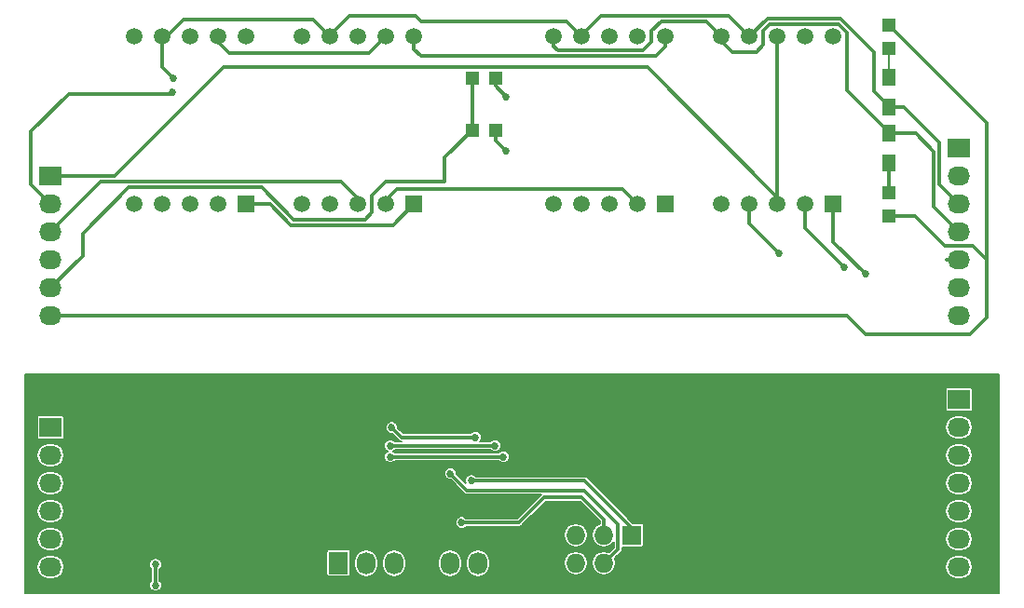
<source format=gbl>
G04 #@! TF.FileFunction,Copper,L2,Bot,Signal*
%FSLAX46Y46*%
G04 Gerber Fmt 4.6, Leading zero omitted, Abs format (unit mm)*
G04 Created by KiCad (PCBNEW 0.201508140901+6091~28~ubuntu14.04.1-product) date Tue 08 Dec 2015 09:17:10 PM CET*
%MOMM*%
G01*
G04 APERTURE LIST*
%ADD10C,0.100000*%
%ADD11R,1.500000X1.500000*%
%ADD12C,1.500000*%
%ADD13R,1.198880X1.198880*%
%ADD14R,2.032000X1.727200*%
%ADD15O,2.032000X1.727200*%
%ADD16R,1.300000X1.500000*%
%ADD17R,1.727200X1.727200*%
%ADD18O,1.727200X1.727200*%
%ADD19R,1.727200X2.032000*%
%ADD20O,1.727200X2.032000*%
%ADD21C,0.685800*%
%ADD22C,0.304800*%
%ADD23C,0.152400*%
G04 APERTURE END LIST*
D10*
D11*
X190500000Y-63500000D03*
D12*
X187960000Y-63500000D03*
X185420000Y-63500000D03*
X182880000Y-63500000D03*
X180340000Y-63500000D03*
X180340000Y-48260000D03*
X182880000Y-48260000D03*
X185420000Y-48260000D03*
X187960000Y-48260000D03*
X190500000Y-48260000D03*
D11*
X175260000Y-63500000D03*
D12*
X172720000Y-63500000D03*
X170180000Y-63500000D03*
X167640000Y-63500000D03*
X165100000Y-63500000D03*
X165100000Y-48260000D03*
X167640000Y-48260000D03*
X170180000Y-48260000D03*
X172720000Y-48260000D03*
X175260000Y-48260000D03*
D11*
X152400000Y-63500000D03*
D12*
X149860000Y-63500000D03*
X147320000Y-63500000D03*
X144780000Y-63500000D03*
X142240000Y-63500000D03*
X142240000Y-48260000D03*
X144780000Y-48260000D03*
X147320000Y-48260000D03*
X149860000Y-48260000D03*
X152400000Y-48260000D03*
D11*
X137160000Y-63500000D03*
D12*
X134620000Y-63500000D03*
X132080000Y-63500000D03*
X129540000Y-63500000D03*
X127000000Y-63500000D03*
X127000000Y-48260000D03*
X129540000Y-48260000D03*
X132080000Y-48260000D03*
X134620000Y-48260000D03*
X137160000Y-48260000D03*
D13*
X159799020Y-56769000D03*
X157700980Y-56769000D03*
X159799020Y-52070000D03*
X157700980Y-52070000D03*
X195580000Y-49309020D03*
X195580000Y-47210980D03*
X195580000Y-62450980D03*
X195580000Y-64549020D03*
D14*
X119380000Y-83820000D03*
D15*
X119380000Y-86360000D03*
X119380000Y-88900000D03*
X119380000Y-91440000D03*
X119380000Y-93980000D03*
X119380000Y-96520000D03*
D14*
X201930000Y-81280000D03*
D15*
X201930000Y-83820000D03*
X201930000Y-86360000D03*
X201930000Y-88900000D03*
X201930000Y-91440000D03*
X201930000Y-93980000D03*
X201930000Y-96520000D03*
D16*
X195580000Y-51990000D03*
X195580000Y-54690000D03*
X195580000Y-59770000D03*
X195580000Y-57070000D03*
D17*
X172212000Y-93599000D03*
D18*
X172212000Y-96139000D03*
X169672000Y-93599000D03*
X169672000Y-96139000D03*
X167132000Y-93599000D03*
X167132000Y-96139000D03*
D14*
X119380000Y-60960000D03*
D15*
X119380000Y-63500000D03*
X119380000Y-66040000D03*
X119380000Y-68580000D03*
X119380000Y-71120000D03*
X119380000Y-73660000D03*
D14*
X201930000Y-58420000D03*
D15*
X201930000Y-60960000D03*
X201930000Y-63500000D03*
X201930000Y-66040000D03*
X201930000Y-68580000D03*
X201930000Y-71120000D03*
X201930000Y-73660000D03*
D19*
X145542000Y-96139000D03*
D20*
X148082000Y-96139000D03*
X150622000Y-96139000D03*
X153162000Y-96139000D03*
X155702000Y-96139000D03*
X158242000Y-96139000D03*
D21*
X193421000Y-69850000D03*
X191516000Y-69215000D03*
X185547000Y-67945000D03*
X130556000Y-52070000D03*
X130429000Y-53340000D03*
X157099000Y-83820000D03*
X158623000Y-83820000D03*
X162433000Y-95758000D03*
X155829000Y-80772000D03*
X156210000Y-89535000D03*
X175768000Y-88646000D03*
X173228000Y-82042000D03*
X147447000Y-92456000D03*
X141097000Y-82042000D03*
X128905000Y-96266000D03*
X128905000Y-98171000D03*
X160782000Y-58674000D03*
X160782000Y-53721000D03*
X155702000Y-88011000D03*
X156718000Y-92456000D03*
X157607000Y-88646000D03*
X150368000Y-83820000D03*
X157988000Y-84709000D03*
X150241000Y-85471000D03*
X159766000Y-85471000D03*
X150241000Y-86487000D03*
X160528000Y-86487000D03*
D22*
X190500000Y-63500000D02*
X190500000Y-66929000D01*
X190500000Y-66929000D02*
X193421000Y-69850000D01*
X137160000Y-63500000D02*
X139319000Y-63500000D01*
X139319000Y-63500000D02*
X141224000Y-65405000D01*
X141224000Y-65405000D02*
X150495000Y-65405000D01*
X150495000Y-65405000D02*
X152400000Y-63500000D01*
D23*
X175260000Y-63500000D02*
X175768000Y-63500000D01*
X137160000Y-63500000D02*
X137668000Y-63500000D01*
X190373000Y-63627000D02*
X190500000Y-63500000D01*
D22*
X187960000Y-63500000D02*
X187960000Y-65659000D01*
X187960000Y-65659000D02*
X191516000Y-69215000D01*
D23*
X187960000Y-63500000D02*
X187960000Y-63246000D01*
X149860000Y-63500000D02*
X149860000Y-63119000D01*
D22*
X149860000Y-63119000D02*
X150876000Y-62103000D01*
X150876000Y-62103000D02*
X171323000Y-62103000D01*
X171323000Y-62103000D02*
X172720000Y-63500000D01*
X150241000Y-51054000D02*
X135102598Y-51054000D01*
X135102598Y-51054000D02*
X125196598Y-60960000D01*
X125196598Y-60960000D02*
X119380000Y-60960000D01*
X185420000Y-62865000D02*
X173609000Y-51054000D01*
X173609000Y-51054000D02*
X150241000Y-51054000D01*
D23*
X185420000Y-63500000D02*
X185420000Y-62865000D01*
D22*
X185420000Y-48260000D02*
X185420000Y-63500000D01*
X182880000Y-63500000D02*
X182880000Y-65278000D01*
X182880000Y-65278000D02*
X185547000Y-67945000D01*
X200761600Y-68580000D02*
X201930000Y-68580000D01*
X195580000Y-57070000D02*
X197963798Y-57070000D01*
X199644000Y-63754000D02*
X201930000Y-66040000D01*
X199644000Y-58750202D02*
X199644000Y-63754000D01*
X197963798Y-57070000D02*
X199644000Y-58750202D01*
X165481000Y-49530000D02*
X173228000Y-49530000D01*
X173228000Y-49530000D02*
X173990000Y-48768000D01*
X173990000Y-48768000D02*
X173990000Y-47752000D01*
X173990000Y-47752000D02*
X174879000Y-46863000D01*
X174879000Y-46863000D02*
X178943000Y-46863000D01*
X165100000Y-49149000D02*
X165481000Y-49530000D01*
X165100000Y-49149000D02*
X165100000Y-48260000D01*
X180340000Y-48260000D02*
X178943000Y-46863000D01*
X181356000Y-49657000D02*
X183515000Y-49657000D01*
X184150000Y-47752000D02*
X184722201Y-47179799D01*
X191018497Y-47179799D02*
X184722201Y-47179799D01*
X191770000Y-53160000D02*
X191770000Y-47931302D01*
X191770000Y-47931302D02*
X191018497Y-47179799D01*
X195580000Y-56970000D02*
X191770000Y-53160000D01*
X181356000Y-49657000D02*
X180340000Y-48641000D01*
X184150000Y-49022000D02*
X184150000Y-47752000D01*
X183515000Y-49657000D02*
X184150000Y-49022000D01*
D23*
X180340000Y-48260000D02*
X180340000Y-48641000D01*
X195580000Y-57070000D02*
X195580000Y-56970000D01*
X127000000Y-48260000D02*
X127000000Y-48514000D01*
D22*
X195580000Y-54690000D02*
X196930000Y-54690000D01*
X200152000Y-61722000D02*
X201930000Y-63500000D01*
X200152000Y-57912000D02*
X200152000Y-61722000D01*
X196930000Y-54690000D02*
X200152000Y-57912000D01*
D23*
X201777600Y-63500000D02*
X201930000Y-63500000D01*
D22*
X194193000Y-53203000D02*
X194193000Y-49667000D01*
X193929000Y-49403000D02*
X191135000Y-46609000D01*
X191135000Y-46609000D02*
X184531000Y-46609000D01*
X184531000Y-46609000D02*
X182880000Y-48260000D01*
X194193000Y-49667000D02*
X193929000Y-49403000D01*
D23*
X144780000Y-48260000D02*
X144780000Y-48133000D01*
D22*
X144780000Y-48133000D02*
X146558000Y-46355000D01*
X146558000Y-46355000D02*
X152527000Y-46355000D01*
X152527000Y-46355000D02*
X153035000Y-46863000D01*
X153035000Y-46863000D02*
X166243000Y-46863000D01*
X166243000Y-46863000D02*
X167640000Y-48260000D01*
D23*
X129540000Y-48260000D02*
X129921000Y-48260000D01*
D22*
X129921000Y-48260000D02*
X131445000Y-46736000D01*
X131445000Y-46736000D02*
X143256000Y-46736000D01*
X143256000Y-46736000D02*
X144780000Y-48260000D01*
D23*
X167640000Y-48260000D02*
X167640000Y-48133000D01*
D22*
X167640000Y-48133000D02*
X169418000Y-46355000D01*
X169418000Y-46355000D02*
X180975000Y-46355000D01*
X180975000Y-46355000D02*
X182880000Y-48260000D01*
D23*
X144780000Y-48260000D02*
X144780000Y-47625000D01*
D22*
X195580000Y-54590000D02*
X194193000Y-53203000D01*
X194193000Y-53203000D02*
X194183000Y-53193000D01*
D23*
X195580000Y-54690000D02*
X195580000Y-54590000D01*
D22*
X130556000Y-52070000D02*
X129540000Y-51054000D01*
X129540000Y-51054000D02*
X129540000Y-48260000D01*
D23*
X182880000Y-48133000D02*
X182880000Y-48260000D01*
X134620000Y-48260000D02*
X134620000Y-48768000D01*
D22*
X134620000Y-48768000D02*
X135636000Y-49784000D01*
X135636000Y-49784000D02*
X148336000Y-49784000D01*
X148336000Y-49784000D02*
X149860000Y-48260000D01*
D23*
X149860000Y-48260000D02*
X149733000Y-48260000D01*
X134620000Y-48260000D02*
X134620000Y-48641000D01*
D22*
X152400000Y-48260000D02*
X152400000Y-49403000D01*
X152400000Y-49403000D02*
X153035000Y-50038000D01*
X153035000Y-50038000D02*
X174371000Y-50038000D01*
X174371000Y-50038000D02*
X175260000Y-49149000D01*
X175260000Y-49149000D02*
X175260000Y-48260000D01*
D23*
X175260000Y-48260000D02*
X175260000Y-47625000D01*
X137160000Y-48260000D02*
X137160000Y-48006000D01*
D22*
X130429000Y-53340000D02*
X130302000Y-53467000D01*
X130302000Y-53467000D02*
X121031000Y-53467000D01*
X121031000Y-53467000D02*
X117602000Y-56896000D01*
X117602000Y-56896000D02*
X117602000Y-61722000D01*
X117602000Y-61722000D02*
X119380000Y-63500000D01*
D23*
X147320000Y-63500000D02*
X147320000Y-62992000D01*
D22*
X147320000Y-62992000D02*
X145796000Y-61468000D01*
X123952000Y-61468000D02*
X119380000Y-66040000D01*
X145796000Y-61468000D02*
X123952000Y-61468000D01*
X128905000Y-96266000D02*
X128905000Y-98171000D01*
X159799020Y-56769000D02*
X159799020Y-57691020D01*
X159799020Y-57691020D02*
X160782000Y-58674000D01*
X157700980Y-56769000D02*
X157700980Y-52070000D01*
X155194000Y-61468000D02*
X155194000Y-59275980D01*
X155194000Y-61468000D02*
X149860000Y-61468000D01*
X149860000Y-61468000D02*
X148590000Y-62738000D01*
X148590000Y-62738000D02*
X148590000Y-64262000D01*
X148590000Y-64262000D02*
X147955000Y-64897000D01*
X147955000Y-64897000D02*
X141478000Y-64897000D01*
X141478000Y-64897000D02*
X138557000Y-61976000D01*
X119380000Y-71120000D02*
X122301000Y-68199000D01*
X122301000Y-66167000D02*
X122301000Y-68199000D01*
X126492000Y-61976000D02*
X122301000Y-66167000D01*
X138557000Y-61976000D02*
X126492000Y-61976000D01*
X155194000Y-59275980D02*
X157700980Y-56769000D01*
D23*
X157954980Y-56515000D02*
X157700980Y-56769000D01*
D22*
X159799020Y-52070000D02*
X159799020Y-52738020D01*
X159799020Y-52738020D02*
X160782000Y-53721000D01*
D23*
X195580000Y-49309020D02*
X195580000Y-51990000D01*
D22*
X204470000Y-68453000D02*
X204343000Y-68453000D01*
X197899020Y-64549020D02*
X195580000Y-64549020D01*
X200660000Y-67310000D02*
X197899020Y-64549020D01*
X203200000Y-67310000D02*
X200660000Y-67310000D01*
X204343000Y-68453000D02*
X203200000Y-67310000D01*
X119380000Y-73660000D02*
X191770000Y-73660000D01*
X204470000Y-56100980D02*
X195580000Y-47210980D01*
X204470000Y-73787000D02*
X204470000Y-68453000D01*
X204470000Y-68453000D02*
X204470000Y-56100980D01*
X202946000Y-75311000D02*
X204470000Y-73787000D01*
X193421000Y-75311000D02*
X202946000Y-75311000D01*
X191770000Y-73660000D02*
X193421000Y-75311000D01*
D23*
X195580000Y-47210980D02*
X195800980Y-47210980D01*
D22*
X195580000Y-59770000D02*
X195580000Y-62450980D01*
X170942000Y-94869000D02*
X169672000Y-96139000D01*
X170942000Y-92583000D02*
X170942000Y-94869000D01*
X167894000Y-89535000D02*
X170942000Y-92583000D01*
X157226000Y-89535000D02*
X167894000Y-89535000D01*
X155702000Y-88011000D02*
X157226000Y-89535000D01*
X169672000Y-93599000D02*
X169672000Y-92202000D01*
X161925000Y-92456000D02*
X156718000Y-92456000D01*
X164211000Y-90170000D02*
X161925000Y-92456000D01*
X167640000Y-90170000D02*
X164211000Y-90170000D01*
X169672000Y-92202000D02*
X167640000Y-90170000D01*
X167894000Y-88646000D02*
X157607000Y-88646000D01*
X172212000Y-92964000D02*
X167894000Y-88646000D01*
X172212000Y-93599000D02*
X172212000Y-92964000D01*
X150368000Y-83820000D02*
X151257000Y-84709000D01*
X151257000Y-84709000D02*
X157988000Y-84709000D01*
X150241000Y-85471000D02*
X159766000Y-85471000D01*
X150241000Y-86487000D02*
X160528000Y-86487000D01*
D23*
G36*
X146812000Y-78968600D02*
X175514000Y-78968600D01*
X175641694Y-78943200D01*
X180974306Y-78943200D01*
X181102000Y-78968600D01*
X205511400Y-78968600D01*
X205511400Y-98831400D01*
X117068600Y-98831400D01*
X117068600Y-96520000D01*
X118111017Y-96520000D01*
X118194156Y-96937967D01*
X118430915Y-97292302D01*
X118785250Y-97529061D01*
X119203217Y-97612200D01*
X119556783Y-97612200D01*
X119974750Y-97529061D01*
X120329085Y-97292302D01*
X120565844Y-96937967D01*
X120648983Y-96520000D01*
X120620973Y-96379180D01*
X128333401Y-96379180D01*
X128420224Y-96589306D01*
X128524000Y-96693263D01*
X128524000Y-97743818D01*
X128420789Y-97846849D01*
X128333600Y-98056823D01*
X128333401Y-98284180D01*
X128420224Y-98494306D01*
X128580849Y-98655211D01*
X128790823Y-98742400D01*
X129018180Y-98742599D01*
X129228306Y-98655776D01*
X129389211Y-98495151D01*
X129476400Y-98285177D01*
X129476599Y-98057820D01*
X129389776Y-97847694D01*
X129286000Y-97743737D01*
X129286000Y-96693182D01*
X129389211Y-96590151D01*
X129476400Y-96380177D01*
X129476599Y-96152820D01*
X129389776Y-95942694D01*
X129229151Y-95781789D01*
X129019177Y-95694600D01*
X128791820Y-95694401D01*
X128581694Y-95781224D01*
X128420789Y-95941849D01*
X128333600Y-96151823D01*
X128333401Y-96379180D01*
X120620973Y-96379180D01*
X120565844Y-96102033D01*
X120329085Y-95747698D01*
X119974750Y-95510939D01*
X119556783Y-95427800D01*
X119203217Y-95427800D01*
X118785250Y-95510939D01*
X118430915Y-95747698D01*
X118194156Y-96102033D01*
X118111017Y-96520000D01*
X117068600Y-96520000D01*
X117068600Y-95123000D01*
X144445322Y-95123000D01*
X144445322Y-97155000D01*
X144461262Y-97239714D01*
X144511328Y-97317518D01*
X144587720Y-97369715D01*
X144678400Y-97388078D01*
X146405600Y-97388078D01*
X146490314Y-97372138D01*
X146568118Y-97322072D01*
X146620315Y-97245680D01*
X146638678Y-97155000D01*
X146638678Y-95962217D01*
X146989800Y-95962217D01*
X146989800Y-96315783D01*
X147072939Y-96733750D01*
X147309698Y-97088085D01*
X147664033Y-97324844D01*
X148082000Y-97407983D01*
X148499967Y-97324844D01*
X148854302Y-97088085D01*
X149091061Y-96733750D01*
X149174200Y-96315783D01*
X149174200Y-95962217D01*
X149529800Y-95962217D01*
X149529800Y-96315783D01*
X149612939Y-96733750D01*
X149849698Y-97088085D01*
X150204033Y-97324844D01*
X150622000Y-97407983D01*
X151039967Y-97324844D01*
X151394302Y-97088085D01*
X151631061Y-96733750D01*
X151714200Y-96315783D01*
X151714200Y-95962217D01*
X154609800Y-95962217D01*
X154609800Y-96315783D01*
X154692939Y-96733750D01*
X154929698Y-97088085D01*
X155284033Y-97324844D01*
X155702000Y-97407983D01*
X156119967Y-97324844D01*
X156474302Y-97088085D01*
X156711061Y-96733750D01*
X156794200Y-96315783D01*
X156794200Y-95962217D01*
X157149800Y-95962217D01*
X157149800Y-96315783D01*
X157232939Y-96733750D01*
X157469698Y-97088085D01*
X157824033Y-97324844D01*
X158242000Y-97407983D01*
X158659967Y-97324844D01*
X159014302Y-97088085D01*
X159251061Y-96733750D01*
X159334200Y-96315783D01*
X159334200Y-96117603D01*
X166039800Y-96117603D01*
X166039800Y-96160397D01*
X166122939Y-96578364D01*
X166359698Y-96932699D01*
X166714033Y-97169458D01*
X167132000Y-97252597D01*
X167549967Y-97169458D01*
X167904302Y-96932699D01*
X168141061Y-96578364D01*
X168224200Y-96160397D01*
X168224200Y-96117603D01*
X168141061Y-95699636D01*
X167904302Y-95345301D01*
X167549967Y-95108542D01*
X167132000Y-95025403D01*
X166714033Y-95108542D01*
X166359698Y-95345301D01*
X166122939Y-95699636D01*
X166039800Y-96117603D01*
X159334200Y-96117603D01*
X159334200Y-95962217D01*
X159251061Y-95544250D01*
X159014302Y-95189915D01*
X158659967Y-94953156D01*
X158242000Y-94870017D01*
X157824033Y-94953156D01*
X157469698Y-95189915D01*
X157232939Y-95544250D01*
X157149800Y-95962217D01*
X156794200Y-95962217D01*
X156711061Y-95544250D01*
X156474302Y-95189915D01*
X156119967Y-94953156D01*
X155702000Y-94870017D01*
X155284033Y-94953156D01*
X154929698Y-95189915D01*
X154692939Y-95544250D01*
X154609800Y-95962217D01*
X151714200Y-95962217D01*
X151631061Y-95544250D01*
X151394302Y-95189915D01*
X151039967Y-94953156D01*
X150622000Y-94870017D01*
X150204033Y-94953156D01*
X149849698Y-95189915D01*
X149612939Y-95544250D01*
X149529800Y-95962217D01*
X149174200Y-95962217D01*
X149091061Y-95544250D01*
X148854302Y-95189915D01*
X148499967Y-94953156D01*
X148082000Y-94870017D01*
X147664033Y-94953156D01*
X147309698Y-95189915D01*
X147072939Y-95544250D01*
X146989800Y-95962217D01*
X146638678Y-95962217D01*
X146638678Y-95123000D01*
X146622738Y-95038286D01*
X146572672Y-94960482D01*
X146496280Y-94908285D01*
X146405600Y-94889922D01*
X144678400Y-94889922D01*
X144593686Y-94905862D01*
X144515882Y-94955928D01*
X144463685Y-95032320D01*
X144445322Y-95123000D01*
X117068600Y-95123000D01*
X117068600Y-93980000D01*
X118111017Y-93980000D01*
X118194156Y-94397967D01*
X118430915Y-94752302D01*
X118785250Y-94989061D01*
X119203217Y-95072200D01*
X119556783Y-95072200D01*
X119974750Y-94989061D01*
X120329085Y-94752302D01*
X120565844Y-94397967D01*
X120648983Y-93980000D01*
X120568942Y-93577603D01*
X166039800Y-93577603D01*
X166039800Y-93620397D01*
X166122939Y-94038364D01*
X166359698Y-94392699D01*
X166714033Y-94629458D01*
X167132000Y-94712597D01*
X167549967Y-94629458D01*
X167904302Y-94392699D01*
X168141061Y-94038364D01*
X168224200Y-93620397D01*
X168224200Y-93577603D01*
X168141061Y-93159636D01*
X167904302Y-92805301D01*
X167549967Y-92568542D01*
X167132000Y-92485403D01*
X166714033Y-92568542D01*
X166359698Y-92805301D01*
X166122939Y-93159636D01*
X166039800Y-93577603D01*
X120568942Y-93577603D01*
X120565844Y-93562033D01*
X120329085Y-93207698D01*
X119974750Y-92970939D01*
X119556783Y-92887800D01*
X119203217Y-92887800D01*
X118785250Y-92970939D01*
X118430915Y-93207698D01*
X118194156Y-93562033D01*
X118111017Y-93980000D01*
X117068600Y-93980000D01*
X117068600Y-91440000D01*
X118111017Y-91440000D01*
X118194156Y-91857967D01*
X118430915Y-92212302D01*
X118785250Y-92449061D01*
X119203217Y-92532200D01*
X119556783Y-92532200D01*
X119974750Y-92449061D01*
X120329085Y-92212302D01*
X120565844Y-91857967D01*
X120648983Y-91440000D01*
X120565844Y-91022033D01*
X120329085Y-90667698D01*
X119974750Y-90430939D01*
X119556783Y-90347800D01*
X119203217Y-90347800D01*
X118785250Y-90430939D01*
X118430915Y-90667698D01*
X118194156Y-91022033D01*
X118111017Y-91440000D01*
X117068600Y-91440000D01*
X117068600Y-88900000D01*
X118111017Y-88900000D01*
X118194156Y-89317967D01*
X118430915Y-89672302D01*
X118785250Y-89909061D01*
X119203217Y-89992200D01*
X119556783Y-89992200D01*
X119974750Y-89909061D01*
X120329085Y-89672302D01*
X120565844Y-89317967D01*
X120648983Y-88900000D01*
X120565844Y-88482033D01*
X120329085Y-88127698D01*
X120323820Y-88124180D01*
X155130401Y-88124180D01*
X155217224Y-88334306D01*
X155377849Y-88495211D01*
X155587823Y-88582400D01*
X155734713Y-88582529D01*
X156956590Y-89804405D01*
X156956592Y-89804408D01*
X157080198Y-89886998D01*
X157226000Y-89916000D01*
X163926184Y-89916000D01*
X161767184Y-92075000D01*
X157145182Y-92075000D01*
X157042151Y-91971789D01*
X156832177Y-91884600D01*
X156604820Y-91884401D01*
X156394694Y-91971224D01*
X156233789Y-92131849D01*
X156146600Y-92341823D01*
X156146401Y-92569180D01*
X156233224Y-92779306D01*
X156393849Y-92940211D01*
X156603823Y-93027400D01*
X156831180Y-93027599D01*
X157041306Y-92940776D01*
X157145263Y-92837000D01*
X161925000Y-92837000D01*
X162070803Y-92807998D01*
X162194408Y-92725408D01*
X164368816Y-90551000D01*
X167482184Y-90551000D01*
X169291000Y-92359816D01*
X169291000Y-92561189D01*
X169254033Y-92568542D01*
X168899698Y-92805301D01*
X168662939Y-93159636D01*
X168579800Y-93577603D01*
X168579800Y-93620397D01*
X168662939Y-94038364D01*
X168899698Y-94392699D01*
X169254033Y-94629458D01*
X169672000Y-94712597D01*
X170089967Y-94629458D01*
X170444302Y-94392699D01*
X170561000Y-94218048D01*
X170561000Y-94711184D01*
X170134132Y-95138052D01*
X170089967Y-95108542D01*
X169672000Y-95025403D01*
X169254033Y-95108542D01*
X168899698Y-95345301D01*
X168662939Y-95699636D01*
X168579800Y-96117603D01*
X168579800Y-96160397D01*
X168662939Y-96578364D01*
X168899698Y-96932699D01*
X169254033Y-97169458D01*
X169672000Y-97252597D01*
X170089967Y-97169458D01*
X170444302Y-96932699D01*
X170681061Y-96578364D01*
X170692670Y-96520000D01*
X200661017Y-96520000D01*
X200744156Y-96937967D01*
X200980915Y-97292302D01*
X201335250Y-97529061D01*
X201753217Y-97612200D01*
X202106783Y-97612200D01*
X202524750Y-97529061D01*
X202879085Y-97292302D01*
X203115844Y-96937967D01*
X203198983Y-96520000D01*
X203115844Y-96102033D01*
X202879085Y-95747698D01*
X202524750Y-95510939D01*
X202106783Y-95427800D01*
X201753217Y-95427800D01*
X201335250Y-95510939D01*
X200980915Y-95747698D01*
X200744156Y-96102033D01*
X200661017Y-96520000D01*
X170692670Y-96520000D01*
X170764200Y-96160397D01*
X170764200Y-96117603D01*
X170681061Y-95699636D01*
X170668692Y-95681124D01*
X171211408Y-95138408D01*
X171293998Y-95014803D01*
X171323000Y-94869000D01*
X171323000Y-94690534D01*
X171348400Y-94695678D01*
X173075600Y-94695678D01*
X173160314Y-94679738D01*
X173238118Y-94629672D01*
X173290315Y-94553280D01*
X173308678Y-94462600D01*
X173308678Y-93980000D01*
X200661017Y-93980000D01*
X200744156Y-94397967D01*
X200980915Y-94752302D01*
X201335250Y-94989061D01*
X201753217Y-95072200D01*
X202106783Y-95072200D01*
X202524750Y-94989061D01*
X202879085Y-94752302D01*
X203115844Y-94397967D01*
X203198983Y-93980000D01*
X203115844Y-93562033D01*
X202879085Y-93207698D01*
X202524750Y-92970939D01*
X202106783Y-92887800D01*
X201753217Y-92887800D01*
X201335250Y-92970939D01*
X200980915Y-93207698D01*
X200744156Y-93562033D01*
X200661017Y-93980000D01*
X173308678Y-93980000D01*
X173308678Y-92735400D01*
X173292738Y-92650686D01*
X173242672Y-92572882D01*
X173166280Y-92520685D01*
X173075600Y-92502322D01*
X172289138Y-92502322D01*
X171226816Y-91440000D01*
X200661017Y-91440000D01*
X200744156Y-91857967D01*
X200980915Y-92212302D01*
X201335250Y-92449061D01*
X201753217Y-92532200D01*
X202106783Y-92532200D01*
X202524750Y-92449061D01*
X202879085Y-92212302D01*
X203115844Y-91857967D01*
X203198983Y-91440000D01*
X203115844Y-91022033D01*
X202879085Y-90667698D01*
X202524750Y-90430939D01*
X202106783Y-90347800D01*
X201753217Y-90347800D01*
X201335250Y-90430939D01*
X200980915Y-90667698D01*
X200744156Y-91022033D01*
X200661017Y-91440000D01*
X171226816Y-91440000D01*
X168686816Y-88900000D01*
X200661017Y-88900000D01*
X200744156Y-89317967D01*
X200980915Y-89672302D01*
X201335250Y-89909061D01*
X201753217Y-89992200D01*
X202106783Y-89992200D01*
X202524750Y-89909061D01*
X202879085Y-89672302D01*
X203115844Y-89317967D01*
X203198983Y-88900000D01*
X203115844Y-88482033D01*
X202879085Y-88127698D01*
X202524750Y-87890939D01*
X202106783Y-87807800D01*
X201753217Y-87807800D01*
X201335250Y-87890939D01*
X200980915Y-88127698D01*
X200744156Y-88482033D01*
X200661017Y-88900000D01*
X168686816Y-88900000D01*
X168163408Y-88376592D01*
X168039803Y-88294002D01*
X167894000Y-88265000D01*
X158034182Y-88265000D01*
X157931151Y-88161789D01*
X157721177Y-88074600D01*
X157493820Y-88074401D01*
X157283694Y-88161224D01*
X157122789Y-88321849D01*
X157035600Y-88531823D01*
X157035401Y-88759180D01*
X157068077Y-88838262D01*
X156273471Y-88043656D01*
X156273599Y-87897820D01*
X156186776Y-87687694D01*
X156026151Y-87526789D01*
X155816177Y-87439600D01*
X155588820Y-87439401D01*
X155378694Y-87526224D01*
X155217789Y-87686849D01*
X155130600Y-87896823D01*
X155130401Y-88124180D01*
X120323820Y-88124180D01*
X119974750Y-87890939D01*
X119556783Y-87807800D01*
X119203217Y-87807800D01*
X118785250Y-87890939D01*
X118430915Y-88127698D01*
X118194156Y-88482033D01*
X118111017Y-88900000D01*
X117068600Y-88900000D01*
X117068600Y-86360000D01*
X118111017Y-86360000D01*
X118194156Y-86777967D01*
X118430915Y-87132302D01*
X118785250Y-87369061D01*
X119203217Y-87452200D01*
X119556783Y-87452200D01*
X119974750Y-87369061D01*
X120329085Y-87132302D01*
X120565844Y-86777967D01*
X120648983Y-86360000D01*
X120565844Y-85942033D01*
X120329085Y-85587698D01*
X120323820Y-85584180D01*
X149669401Y-85584180D01*
X149756224Y-85794306D01*
X149916849Y-85955211D01*
X149974020Y-85978950D01*
X149917694Y-86002224D01*
X149756789Y-86162849D01*
X149669600Y-86372823D01*
X149669401Y-86600180D01*
X149756224Y-86810306D01*
X149916849Y-86971211D01*
X150126823Y-87058400D01*
X150354180Y-87058599D01*
X150564306Y-86971776D01*
X150668263Y-86868000D01*
X160100818Y-86868000D01*
X160203849Y-86971211D01*
X160413823Y-87058400D01*
X160641180Y-87058599D01*
X160851306Y-86971776D01*
X161012211Y-86811151D01*
X161099400Y-86601177D01*
X161099599Y-86373820D01*
X161093889Y-86360000D01*
X200661017Y-86360000D01*
X200744156Y-86777967D01*
X200980915Y-87132302D01*
X201335250Y-87369061D01*
X201753217Y-87452200D01*
X202106783Y-87452200D01*
X202524750Y-87369061D01*
X202879085Y-87132302D01*
X203115844Y-86777967D01*
X203198983Y-86360000D01*
X203115844Y-85942033D01*
X202879085Y-85587698D01*
X202524750Y-85350939D01*
X202106783Y-85267800D01*
X201753217Y-85267800D01*
X201335250Y-85350939D01*
X200980915Y-85587698D01*
X200744156Y-85942033D01*
X200661017Y-86360000D01*
X161093889Y-86360000D01*
X161012776Y-86163694D01*
X160852151Y-86002789D01*
X160642177Y-85915600D01*
X160414820Y-85915401D01*
X160204694Y-86002224D01*
X160100737Y-86106000D01*
X150668182Y-86106000D01*
X150565151Y-86002789D01*
X150507980Y-85979050D01*
X150564306Y-85955776D01*
X150668263Y-85852000D01*
X159338818Y-85852000D01*
X159441849Y-85955211D01*
X159651823Y-86042400D01*
X159879180Y-86042599D01*
X160089306Y-85955776D01*
X160250211Y-85795151D01*
X160337400Y-85585177D01*
X160337599Y-85357820D01*
X160250776Y-85147694D01*
X160090151Y-84986789D01*
X159880177Y-84899600D01*
X159652820Y-84899401D01*
X159442694Y-84986224D01*
X159338737Y-85090000D01*
X158415263Y-85090000D01*
X158472211Y-85033151D01*
X158559400Y-84823177D01*
X158559599Y-84595820D01*
X158472776Y-84385694D01*
X158312151Y-84224789D01*
X158102177Y-84137600D01*
X157874820Y-84137401D01*
X157664694Y-84224224D01*
X157560737Y-84328000D01*
X151414816Y-84328000D01*
X150939471Y-83852655D01*
X150939499Y-83820000D01*
X200661017Y-83820000D01*
X200744156Y-84237967D01*
X200980915Y-84592302D01*
X201335250Y-84829061D01*
X201753217Y-84912200D01*
X202106783Y-84912200D01*
X202524750Y-84829061D01*
X202879085Y-84592302D01*
X203115844Y-84237967D01*
X203198983Y-83820000D01*
X203115844Y-83402033D01*
X202879085Y-83047698D01*
X202524750Y-82810939D01*
X202106783Y-82727800D01*
X201753217Y-82727800D01*
X201335250Y-82810939D01*
X200980915Y-83047698D01*
X200744156Y-83402033D01*
X200661017Y-83820000D01*
X150939499Y-83820000D01*
X150939599Y-83706820D01*
X150852776Y-83496694D01*
X150692151Y-83335789D01*
X150482177Y-83248600D01*
X150254820Y-83248401D01*
X150044694Y-83335224D01*
X149883789Y-83495849D01*
X149796600Y-83705823D01*
X149796401Y-83933180D01*
X149883224Y-84143306D01*
X150043849Y-84304211D01*
X150253823Y-84391400D01*
X150400713Y-84391529D01*
X150987592Y-84978408D01*
X151111198Y-85060998D01*
X151256995Y-85090000D01*
X150668182Y-85090000D01*
X150565151Y-84986789D01*
X150355177Y-84899600D01*
X150127820Y-84899401D01*
X149917694Y-84986224D01*
X149756789Y-85146849D01*
X149669600Y-85356823D01*
X149669401Y-85584180D01*
X120323820Y-85584180D01*
X119974750Y-85350939D01*
X119556783Y-85267800D01*
X119203217Y-85267800D01*
X118785250Y-85350939D01*
X118430915Y-85587698D01*
X118194156Y-85942033D01*
X118111017Y-86360000D01*
X117068600Y-86360000D01*
X117068600Y-82956400D01*
X118130922Y-82956400D01*
X118130922Y-84683600D01*
X118146862Y-84768314D01*
X118196928Y-84846118D01*
X118273320Y-84898315D01*
X118364000Y-84916678D01*
X120396000Y-84916678D01*
X120480714Y-84900738D01*
X120558518Y-84850672D01*
X120610715Y-84774280D01*
X120629078Y-84683600D01*
X120629078Y-82956400D01*
X120613138Y-82871686D01*
X120563072Y-82793882D01*
X120486680Y-82741685D01*
X120396000Y-82723322D01*
X118364000Y-82723322D01*
X118279286Y-82739262D01*
X118201482Y-82789328D01*
X118149285Y-82865720D01*
X118130922Y-82956400D01*
X117068600Y-82956400D01*
X117068600Y-80416400D01*
X200680922Y-80416400D01*
X200680922Y-82143600D01*
X200696862Y-82228314D01*
X200746928Y-82306118D01*
X200823320Y-82358315D01*
X200914000Y-82376678D01*
X202946000Y-82376678D01*
X203030714Y-82360738D01*
X203108518Y-82310672D01*
X203160715Y-82234280D01*
X203179078Y-82143600D01*
X203179078Y-80416400D01*
X203163138Y-80331686D01*
X203113072Y-80253882D01*
X203036680Y-80201685D01*
X202946000Y-80183322D01*
X200914000Y-80183322D01*
X200829286Y-80199262D01*
X200751482Y-80249328D01*
X200699285Y-80325720D01*
X200680922Y-80416400D01*
X117068600Y-80416400D01*
X117068600Y-78968600D01*
X141224000Y-78968600D01*
X141351694Y-78943200D01*
X146684306Y-78943200D01*
X146812000Y-78968600D01*
X146812000Y-78968600D01*
G37*
X146812000Y-78968600D02*
X175514000Y-78968600D01*
X175641694Y-78943200D01*
X180974306Y-78943200D01*
X181102000Y-78968600D01*
X205511400Y-78968600D01*
X205511400Y-98831400D01*
X117068600Y-98831400D01*
X117068600Y-96520000D01*
X118111017Y-96520000D01*
X118194156Y-96937967D01*
X118430915Y-97292302D01*
X118785250Y-97529061D01*
X119203217Y-97612200D01*
X119556783Y-97612200D01*
X119974750Y-97529061D01*
X120329085Y-97292302D01*
X120565844Y-96937967D01*
X120648983Y-96520000D01*
X120620973Y-96379180D01*
X128333401Y-96379180D01*
X128420224Y-96589306D01*
X128524000Y-96693263D01*
X128524000Y-97743818D01*
X128420789Y-97846849D01*
X128333600Y-98056823D01*
X128333401Y-98284180D01*
X128420224Y-98494306D01*
X128580849Y-98655211D01*
X128790823Y-98742400D01*
X129018180Y-98742599D01*
X129228306Y-98655776D01*
X129389211Y-98495151D01*
X129476400Y-98285177D01*
X129476599Y-98057820D01*
X129389776Y-97847694D01*
X129286000Y-97743737D01*
X129286000Y-96693182D01*
X129389211Y-96590151D01*
X129476400Y-96380177D01*
X129476599Y-96152820D01*
X129389776Y-95942694D01*
X129229151Y-95781789D01*
X129019177Y-95694600D01*
X128791820Y-95694401D01*
X128581694Y-95781224D01*
X128420789Y-95941849D01*
X128333600Y-96151823D01*
X128333401Y-96379180D01*
X120620973Y-96379180D01*
X120565844Y-96102033D01*
X120329085Y-95747698D01*
X119974750Y-95510939D01*
X119556783Y-95427800D01*
X119203217Y-95427800D01*
X118785250Y-95510939D01*
X118430915Y-95747698D01*
X118194156Y-96102033D01*
X118111017Y-96520000D01*
X117068600Y-96520000D01*
X117068600Y-95123000D01*
X144445322Y-95123000D01*
X144445322Y-97155000D01*
X144461262Y-97239714D01*
X144511328Y-97317518D01*
X144587720Y-97369715D01*
X144678400Y-97388078D01*
X146405600Y-97388078D01*
X146490314Y-97372138D01*
X146568118Y-97322072D01*
X146620315Y-97245680D01*
X146638678Y-97155000D01*
X146638678Y-95962217D01*
X146989800Y-95962217D01*
X146989800Y-96315783D01*
X147072939Y-96733750D01*
X147309698Y-97088085D01*
X147664033Y-97324844D01*
X148082000Y-97407983D01*
X148499967Y-97324844D01*
X148854302Y-97088085D01*
X149091061Y-96733750D01*
X149174200Y-96315783D01*
X149174200Y-95962217D01*
X149529800Y-95962217D01*
X149529800Y-96315783D01*
X149612939Y-96733750D01*
X149849698Y-97088085D01*
X150204033Y-97324844D01*
X150622000Y-97407983D01*
X151039967Y-97324844D01*
X151394302Y-97088085D01*
X151631061Y-96733750D01*
X151714200Y-96315783D01*
X151714200Y-95962217D01*
X154609800Y-95962217D01*
X154609800Y-96315783D01*
X154692939Y-96733750D01*
X154929698Y-97088085D01*
X155284033Y-97324844D01*
X155702000Y-97407983D01*
X156119967Y-97324844D01*
X156474302Y-97088085D01*
X156711061Y-96733750D01*
X156794200Y-96315783D01*
X156794200Y-95962217D01*
X157149800Y-95962217D01*
X157149800Y-96315783D01*
X157232939Y-96733750D01*
X157469698Y-97088085D01*
X157824033Y-97324844D01*
X158242000Y-97407983D01*
X158659967Y-97324844D01*
X159014302Y-97088085D01*
X159251061Y-96733750D01*
X159334200Y-96315783D01*
X159334200Y-96117603D01*
X166039800Y-96117603D01*
X166039800Y-96160397D01*
X166122939Y-96578364D01*
X166359698Y-96932699D01*
X166714033Y-97169458D01*
X167132000Y-97252597D01*
X167549967Y-97169458D01*
X167904302Y-96932699D01*
X168141061Y-96578364D01*
X168224200Y-96160397D01*
X168224200Y-96117603D01*
X168141061Y-95699636D01*
X167904302Y-95345301D01*
X167549967Y-95108542D01*
X167132000Y-95025403D01*
X166714033Y-95108542D01*
X166359698Y-95345301D01*
X166122939Y-95699636D01*
X166039800Y-96117603D01*
X159334200Y-96117603D01*
X159334200Y-95962217D01*
X159251061Y-95544250D01*
X159014302Y-95189915D01*
X158659967Y-94953156D01*
X158242000Y-94870017D01*
X157824033Y-94953156D01*
X157469698Y-95189915D01*
X157232939Y-95544250D01*
X157149800Y-95962217D01*
X156794200Y-95962217D01*
X156711061Y-95544250D01*
X156474302Y-95189915D01*
X156119967Y-94953156D01*
X155702000Y-94870017D01*
X155284033Y-94953156D01*
X154929698Y-95189915D01*
X154692939Y-95544250D01*
X154609800Y-95962217D01*
X151714200Y-95962217D01*
X151631061Y-95544250D01*
X151394302Y-95189915D01*
X151039967Y-94953156D01*
X150622000Y-94870017D01*
X150204033Y-94953156D01*
X149849698Y-95189915D01*
X149612939Y-95544250D01*
X149529800Y-95962217D01*
X149174200Y-95962217D01*
X149091061Y-95544250D01*
X148854302Y-95189915D01*
X148499967Y-94953156D01*
X148082000Y-94870017D01*
X147664033Y-94953156D01*
X147309698Y-95189915D01*
X147072939Y-95544250D01*
X146989800Y-95962217D01*
X146638678Y-95962217D01*
X146638678Y-95123000D01*
X146622738Y-95038286D01*
X146572672Y-94960482D01*
X146496280Y-94908285D01*
X146405600Y-94889922D01*
X144678400Y-94889922D01*
X144593686Y-94905862D01*
X144515882Y-94955928D01*
X144463685Y-95032320D01*
X144445322Y-95123000D01*
X117068600Y-95123000D01*
X117068600Y-93980000D01*
X118111017Y-93980000D01*
X118194156Y-94397967D01*
X118430915Y-94752302D01*
X118785250Y-94989061D01*
X119203217Y-95072200D01*
X119556783Y-95072200D01*
X119974750Y-94989061D01*
X120329085Y-94752302D01*
X120565844Y-94397967D01*
X120648983Y-93980000D01*
X120568942Y-93577603D01*
X166039800Y-93577603D01*
X166039800Y-93620397D01*
X166122939Y-94038364D01*
X166359698Y-94392699D01*
X166714033Y-94629458D01*
X167132000Y-94712597D01*
X167549967Y-94629458D01*
X167904302Y-94392699D01*
X168141061Y-94038364D01*
X168224200Y-93620397D01*
X168224200Y-93577603D01*
X168141061Y-93159636D01*
X167904302Y-92805301D01*
X167549967Y-92568542D01*
X167132000Y-92485403D01*
X166714033Y-92568542D01*
X166359698Y-92805301D01*
X166122939Y-93159636D01*
X166039800Y-93577603D01*
X120568942Y-93577603D01*
X120565844Y-93562033D01*
X120329085Y-93207698D01*
X119974750Y-92970939D01*
X119556783Y-92887800D01*
X119203217Y-92887800D01*
X118785250Y-92970939D01*
X118430915Y-93207698D01*
X118194156Y-93562033D01*
X118111017Y-93980000D01*
X117068600Y-93980000D01*
X117068600Y-91440000D01*
X118111017Y-91440000D01*
X118194156Y-91857967D01*
X118430915Y-92212302D01*
X118785250Y-92449061D01*
X119203217Y-92532200D01*
X119556783Y-92532200D01*
X119974750Y-92449061D01*
X120329085Y-92212302D01*
X120565844Y-91857967D01*
X120648983Y-91440000D01*
X120565844Y-91022033D01*
X120329085Y-90667698D01*
X119974750Y-90430939D01*
X119556783Y-90347800D01*
X119203217Y-90347800D01*
X118785250Y-90430939D01*
X118430915Y-90667698D01*
X118194156Y-91022033D01*
X118111017Y-91440000D01*
X117068600Y-91440000D01*
X117068600Y-88900000D01*
X118111017Y-88900000D01*
X118194156Y-89317967D01*
X118430915Y-89672302D01*
X118785250Y-89909061D01*
X119203217Y-89992200D01*
X119556783Y-89992200D01*
X119974750Y-89909061D01*
X120329085Y-89672302D01*
X120565844Y-89317967D01*
X120648983Y-88900000D01*
X120565844Y-88482033D01*
X120329085Y-88127698D01*
X120323820Y-88124180D01*
X155130401Y-88124180D01*
X155217224Y-88334306D01*
X155377849Y-88495211D01*
X155587823Y-88582400D01*
X155734713Y-88582529D01*
X156956590Y-89804405D01*
X156956592Y-89804408D01*
X157080198Y-89886998D01*
X157226000Y-89916000D01*
X163926184Y-89916000D01*
X161767184Y-92075000D01*
X157145182Y-92075000D01*
X157042151Y-91971789D01*
X156832177Y-91884600D01*
X156604820Y-91884401D01*
X156394694Y-91971224D01*
X156233789Y-92131849D01*
X156146600Y-92341823D01*
X156146401Y-92569180D01*
X156233224Y-92779306D01*
X156393849Y-92940211D01*
X156603823Y-93027400D01*
X156831180Y-93027599D01*
X157041306Y-92940776D01*
X157145263Y-92837000D01*
X161925000Y-92837000D01*
X162070803Y-92807998D01*
X162194408Y-92725408D01*
X164368816Y-90551000D01*
X167482184Y-90551000D01*
X169291000Y-92359816D01*
X169291000Y-92561189D01*
X169254033Y-92568542D01*
X168899698Y-92805301D01*
X168662939Y-93159636D01*
X168579800Y-93577603D01*
X168579800Y-93620397D01*
X168662939Y-94038364D01*
X168899698Y-94392699D01*
X169254033Y-94629458D01*
X169672000Y-94712597D01*
X170089967Y-94629458D01*
X170444302Y-94392699D01*
X170561000Y-94218048D01*
X170561000Y-94711184D01*
X170134132Y-95138052D01*
X170089967Y-95108542D01*
X169672000Y-95025403D01*
X169254033Y-95108542D01*
X168899698Y-95345301D01*
X168662939Y-95699636D01*
X168579800Y-96117603D01*
X168579800Y-96160397D01*
X168662939Y-96578364D01*
X168899698Y-96932699D01*
X169254033Y-97169458D01*
X169672000Y-97252597D01*
X170089967Y-97169458D01*
X170444302Y-96932699D01*
X170681061Y-96578364D01*
X170692670Y-96520000D01*
X200661017Y-96520000D01*
X200744156Y-96937967D01*
X200980915Y-97292302D01*
X201335250Y-97529061D01*
X201753217Y-97612200D01*
X202106783Y-97612200D01*
X202524750Y-97529061D01*
X202879085Y-97292302D01*
X203115844Y-96937967D01*
X203198983Y-96520000D01*
X203115844Y-96102033D01*
X202879085Y-95747698D01*
X202524750Y-95510939D01*
X202106783Y-95427800D01*
X201753217Y-95427800D01*
X201335250Y-95510939D01*
X200980915Y-95747698D01*
X200744156Y-96102033D01*
X200661017Y-96520000D01*
X170692670Y-96520000D01*
X170764200Y-96160397D01*
X170764200Y-96117603D01*
X170681061Y-95699636D01*
X170668692Y-95681124D01*
X171211408Y-95138408D01*
X171293998Y-95014803D01*
X171323000Y-94869000D01*
X171323000Y-94690534D01*
X171348400Y-94695678D01*
X173075600Y-94695678D01*
X173160314Y-94679738D01*
X173238118Y-94629672D01*
X173290315Y-94553280D01*
X173308678Y-94462600D01*
X173308678Y-93980000D01*
X200661017Y-93980000D01*
X200744156Y-94397967D01*
X200980915Y-94752302D01*
X201335250Y-94989061D01*
X201753217Y-95072200D01*
X202106783Y-95072200D01*
X202524750Y-94989061D01*
X202879085Y-94752302D01*
X203115844Y-94397967D01*
X203198983Y-93980000D01*
X203115844Y-93562033D01*
X202879085Y-93207698D01*
X202524750Y-92970939D01*
X202106783Y-92887800D01*
X201753217Y-92887800D01*
X201335250Y-92970939D01*
X200980915Y-93207698D01*
X200744156Y-93562033D01*
X200661017Y-93980000D01*
X173308678Y-93980000D01*
X173308678Y-92735400D01*
X173292738Y-92650686D01*
X173242672Y-92572882D01*
X173166280Y-92520685D01*
X173075600Y-92502322D01*
X172289138Y-92502322D01*
X171226816Y-91440000D01*
X200661017Y-91440000D01*
X200744156Y-91857967D01*
X200980915Y-92212302D01*
X201335250Y-92449061D01*
X201753217Y-92532200D01*
X202106783Y-92532200D01*
X202524750Y-92449061D01*
X202879085Y-92212302D01*
X203115844Y-91857967D01*
X203198983Y-91440000D01*
X203115844Y-91022033D01*
X202879085Y-90667698D01*
X202524750Y-90430939D01*
X202106783Y-90347800D01*
X201753217Y-90347800D01*
X201335250Y-90430939D01*
X200980915Y-90667698D01*
X200744156Y-91022033D01*
X200661017Y-91440000D01*
X171226816Y-91440000D01*
X168686816Y-88900000D01*
X200661017Y-88900000D01*
X200744156Y-89317967D01*
X200980915Y-89672302D01*
X201335250Y-89909061D01*
X201753217Y-89992200D01*
X202106783Y-89992200D01*
X202524750Y-89909061D01*
X202879085Y-89672302D01*
X203115844Y-89317967D01*
X203198983Y-88900000D01*
X203115844Y-88482033D01*
X202879085Y-88127698D01*
X202524750Y-87890939D01*
X202106783Y-87807800D01*
X201753217Y-87807800D01*
X201335250Y-87890939D01*
X200980915Y-88127698D01*
X200744156Y-88482033D01*
X200661017Y-88900000D01*
X168686816Y-88900000D01*
X168163408Y-88376592D01*
X168039803Y-88294002D01*
X167894000Y-88265000D01*
X158034182Y-88265000D01*
X157931151Y-88161789D01*
X157721177Y-88074600D01*
X157493820Y-88074401D01*
X157283694Y-88161224D01*
X157122789Y-88321849D01*
X157035600Y-88531823D01*
X157035401Y-88759180D01*
X157068077Y-88838262D01*
X156273471Y-88043656D01*
X156273599Y-87897820D01*
X156186776Y-87687694D01*
X156026151Y-87526789D01*
X155816177Y-87439600D01*
X155588820Y-87439401D01*
X155378694Y-87526224D01*
X155217789Y-87686849D01*
X155130600Y-87896823D01*
X155130401Y-88124180D01*
X120323820Y-88124180D01*
X119974750Y-87890939D01*
X119556783Y-87807800D01*
X119203217Y-87807800D01*
X118785250Y-87890939D01*
X118430915Y-88127698D01*
X118194156Y-88482033D01*
X118111017Y-88900000D01*
X117068600Y-88900000D01*
X117068600Y-86360000D01*
X118111017Y-86360000D01*
X118194156Y-86777967D01*
X118430915Y-87132302D01*
X118785250Y-87369061D01*
X119203217Y-87452200D01*
X119556783Y-87452200D01*
X119974750Y-87369061D01*
X120329085Y-87132302D01*
X120565844Y-86777967D01*
X120648983Y-86360000D01*
X120565844Y-85942033D01*
X120329085Y-85587698D01*
X120323820Y-85584180D01*
X149669401Y-85584180D01*
X149756224Y-85794306D01*
X149916849Y-85955211D01*
X149974020Y-85978950D01*
X149917694Y-86002224D01*
X149756789Y-86162849D01*
X149669600Y-86372823D01*
X149669401Y-86600180D01*
X149756224Y-86810306D01*
X149916849Y-86971211D01*
X150126823Y-87058400D01*
X150354180Y-87058599D01*
X150564306Y-86971776D01*
X150668263Y-86868000D01*
X160100818Y-86868000D01*
X160203849Y-86971211D01*
X160413823Y-87058400D01*
X160641180Y-87058599D01*
X160851306Y-86971776D01*
X161012211Y-86811151D01*
X161099400Y-86601177D01*
X161099599Y-86373820D01*
X161093889Y-86360000D01*
X200661017Y-86360000D01*
X200744156Y-86777967D01*
X200980915Y-87132302D01*
X201335250Y-87369061D01*
X201753217Y-87452200D01*
X202106783Y-87452200D01*
X202524750Y-87369061D01*
X202879085Y-87132302D01*
X203115844Y-86777967D01*
X203198983Y-86360000D01*
X203115844Y-85942033D01*
X202879085Y-85587698D01*
X202524750Y-85350939D01*
X202106783Y-85267800D01*
X201753217Y-85267800D01*
X201335250Y-85350939D01*
X200980915Y-85587698D01*
X200744156Y-85942033D01*
X200661017Y-86360000D01*
X161093889Y-86360000D01*
X161012776Y-86163694D01*
X160852151Y-86002789D01*
X160642177Y-85915600D01*
X160414820Y-85915401D01*
X160204694Y-86002224D01*
X160100737Y-86106000D01*
X150668182Y-86106000D01*
X150565151Y-86002789D01*
X150507980Y-85979050D01*
X150564306Y-85955776D01*
X150668263Y-85852000D01*
X159338818Y-85852000D01*
X159441849Y-85955211D01*
X159651823Y-86042400D01*
X159879180Y-86042599D01*
X160089306Y-85955776D01*
X160250211Y-85795151D01*
X160337400Y-85585177D01*
X160337599Y-85357820D01*
X160250776Y-85147694D01*
X160090151Y-84986789D01*
X159880177Y-84899600D01*
X159652820Y-84899401D01*
X159442694Y-84986224D01*
X159338737Y-85090000D01*
X158415263Y-85090000D01*
X158472211Y-85033151D01*
X158559400Y-84823177D01*
X158559599Y-84595820D01*
X158472776Y-84385694D01*
X158312151Y-84224789D01*
X158102177Y-84137600D01*
X157874820Y-84137401D01*
X157664694Y-84224224D01*
X157560737Y-84328000D01*
X151414816Y-84328000D01*
X150939471Y-83852655D01*
X150939499Y-83820000D01*
X200661017Y-83820000D01*
X200744156Y-84237967D01*
X200980915Y-84592302D01*
X201335250Y-84829061D01*
X201753217Y-84912200D01*
X202106783Y-84912200D01*
X202524750Y-84829061D01*
X202879085Y-84592302D01*
X203115844Y-84237967D01*
X203198983Y-83820000D01*
X203115844Y-83402033D01*
X202879085Y-83047698D01*
X202524750Y-82810939D01*
X202106783Y-82727800D01*
X201753217Y-82727800D01*
X201335250Y-82810939D01*
X200980915Y-83047698D01*
X200744156Y-83402033D01*
X200661017Y-83820000D01*
X150939499Y-83820000D01*
X150939599Y-83706820D01*
X150852776Y-83496694D01*
X150692151Y-83335789D01*
X150482177Y-83248600D01*
X150254820Y-83248401D01*
X150044694Y-83335224D01*
X149883789Y-83495849D01*
X149796600Y-83705823D01*
X149796401Y-83933180D01*
X149883224Y-84143306D01*
X150043849Y-84304211D01*
X150253823Y-84391400D01*
X150400713Y-84391529D01*
X150987592Y-84978408D01*
X151111198Y-85060998D01*
X151256995Y-85090000D01*
X150668182Y-85090000D01*
X150565151Y-84986789D01*
X150355177Y-84899600D01*
X150127820Y-84899401D01*
X149917694Y-84986224D01*
X149756789Y-85146849D01*
X149669600Y-85356823D01*
X149669401Y-85584180D01*
X120323820Y-85584180D01*
X119974750Y-85350939D01*
X119556783Y-85267800D01*
X119203217Y-85267800D01*
X118785250Y-85350939D01*
X118430915Y-85587698D01*
X118194156Y-85942033D01*
X118111017Y-86360000D01*
X117068600Y-86360000D01*
X117068600Y-82956400D01*
X118130922Y-82956400D01*
X118130922Y-84683600D01*
X118146862Y-84768314D01*
X118196928Y-84846118D01*
X118273320Y-84898315D01*
X118364000Y-84916678D01*
X120396000Y-84916678D01*
X120480714Y-84900738D01*
X120558518Y-84850672D01*
X120610715Y-84774280D01*
X120629078Y-84683600D01*
X120629078Y-82956400D01*
X120613138Y-82871686D01*
X120563072Y-82793882D01*
X120486680Y-82741685D01*
X120396000Y-82723322D01*
X118364000Y-82723322D01*
X118279286Y-82739262D01*
X118201482Y-82789328D01*
X118149285Y-82865720D01*
X118130922Y-82956400D01*
X117068600Y-82956400D01*
X117068600Y-80416400D01*
X200680922Y-80416400D01*
X200680922Y-82143600D01*
X200696862Y-82228314D01*
X200746928Y-82306118D01*
X200823320Y-82358315D01*
X200914000Y-82376678D01*
X202946000Y-82376678D01*
X203030714Y-82360738D01*
X203108518Y-82310672D01*
X203160715Y-82234280D01*
X203179078Y-82143600D01*
X203179078Y-80416400D01*
X203163138Y-80331686D01*
X203113072Y-80253882D01*
X203036680Y-80201685D01*
X202946000Y-80183322D01*
X200914000Y-80183322D01*
X200829286Y-80199262D01*
X200751482Y-80249328D01*
X200699285Y-80325720D01*
X200680922Y-80416400D01*
X117068600Y-80416400D01*
X117068600Y-78968600D01*
X141224000Y-78968600D01*
X141351694Y-78943200D01*
X146684306Y-78943200D01*
X146812000Y-78968600D01*
M02*

</source>
